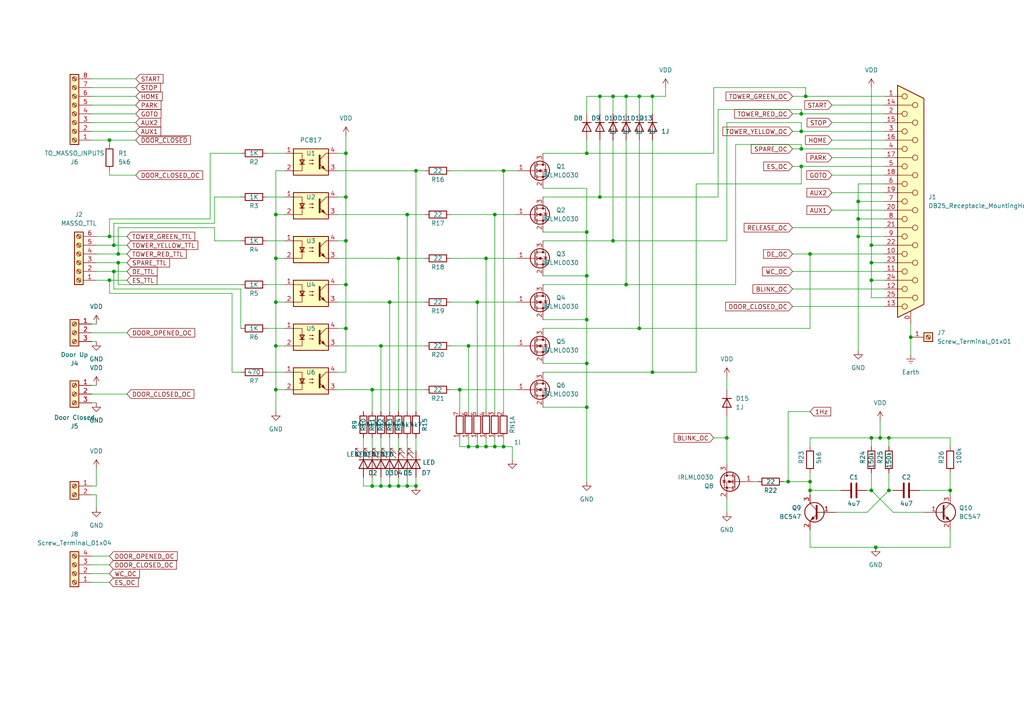
<source format=kicad_sch>
(kicad_sch (version 20231120) (generator "eeschema") (generator_version "8.0")
  (paper "A4")
  (lib_symbols
    (symbol "Connector:DB25_Receptacle_MountingHoles" (pin_names (offset 1.016) hide)
      (property "Reference" "J" (at 0 36.83 0))
      (property "Value" "DB25_Receptacle_MountingHoles" (at 0 34.925 0))
      (symbol "DB25_Receptacle_MountingHoles_1_1"
        (pin passive line (at 0 -35.56 90) (length 3.81) (name "PAD") (number "0"))
        (pin passive line (at -7.62 30.48 0) (length 3.81) (name "1") (number "1"))
        (pin passive line (at -7.62 -15.24 0) (length 3.81) (name "10") (number "10"))
        (pin passive line (at -7.62 -20.32 0) (length 3.81) (name "11") (number "11"))
        (pin passive line (at -7.62 -25.4 0) (length 3.81) (name "12") (number "12"))
        (pin passive line (at -7.62 -30.48 0) (length 3.81) (name "13") (number "13"))
        (pin passive line (at -7.62 27.94 0) (length 3.81) (name "P14") (number "14"))
        (pin passive line (at -7.62 22.86 0) (length 3.81) (name "P15") (number "15"))
        (pin passive line (at -7.62 17.78 0) (length 3.81) (name "P16") (number "16"))
        (pin passive line (at -7.62 12.7 0) (length 3.81) (name "P17") (number "17"))
        (pin passive line (at -7.62 7.62 0) (length 3.81) (name "P18") (number "18"))
        (pin passive line (at -7.62 2.54 0) (length 3.81) (name "P19") (number "19"))
        (pin passive line (at -7.62 25.4 0) (length 3.81) (name "2") (number "2"))
        (pin passive line (at -7.62 -2.54 0) (length 3.81) (name "P20") (number "20"))
        (pin passive line (at -7.62 -7.62 0) (length 3.81) (name "P21") (number "21"))
        (pin passive line (at -7.62 -12.7 0) (length 3.81) (name "P22") (number "22"))
        (pin passive line (at -7.62 -17.78 0) (length 3.81) (name "P23") (number "23"))
        (pin passive line (at -7.62 -22.86 0) (length 3.81) (name "P24") (number "24"))
        (pin passive line (at -7.62 -27.94 0) (length 3.81) (name "P25") (number "25"))
        (pin passive line (at -7.62 20.32 0) (length 3.81) (name "3") (number "3"))
        (pin passive line (at -7.62 15.24 0) (length 3.81) (name "4") (number "4"))
        (pin passive line (at -7.62 10.16 0) (length 3.81) (name "5") (number "5"))
        (pin passive line (at -7.62 5.08 0) (length 3.81) (name "6") (number "6"))
        (pin passive line (at -7.62 0 0) (length 3.81) (name "7") (number "7"))
        (pin passive line (at -7.62 -5.08 0) (length 3.81) (name "8") (number "8"))
        (pin passive line (at -7.62 -10.16 0) (length 3.81) (name "9") (number "9"))
      )
    )
    (symbol "Connector:Screw_Terminal_01x01" (pin_names (offset 1.016) hide)
      (property "Reference" "J" (at 0 2.54 0))
      (property "Value" "Screw_Terminal_01x01" (at 0 -2.54 0))
      (symbol "Screw_Terminal_01x01_1_1"
        (pin passive line (at -5.08 0 0) (length 3.81) (name "Pin_1") (number "1"))
      )
    )
    (symbol "Connector:Screw_Terminal_01x02" (pin_names (offset 1.016) hide)
      (property "Reference" "J" (at 0 2.54 0))
      (property "Value" "Screw_Terminal_01x02" (at 0 -5.08 0))
      (symbol "Screw_Terminal_01x02_1_1"
        (pin passive line (at -5.08 0 0) (length 3.81) (name "Pin_1") (number "1"))
        (pin passive line (at -5.08 -2.54 0) (length 3.81) (name "Pin_2") (number "2"))
      )
    )
    (symbol "Connector:Screw_Terminal_01x03" (pin_names (offset 1.016) hide)
      (property "Reference" "J" (at 0 5.08 0))
      (property "Value" "Screw_Terminal_01x03" (at 0 -5.08 0))
      (symbol "Screw_Terminal_01x03_1_1"
        (pin passive line (at -5.08 2.54 0) (length 3.81) (name "Pin_1") (number "1"))
        (pin passive line (at -5.08 0 0) (length 3.81) (name "Pin_2") (number "2"))
        (pin passive line (at -5.08 -2.54 0) (length 3.81) (name "Pin_3") (number "3"))
      )
    )
    (symbol "Connector:Screw_Terminal_01x04" (pin_names (offset 1.016) hide)
      (property "Reference" "J" (at 0 5.08 0))
      (property "Value" "Screw_Terminal_01x04" (at 0 -7.62 0))
      (symbol "Screw_Terminal_01x04_1_1"
        (pin passive line (at -5.08 2.54 0) (length 3.81) (name "Pin_1") (number "1"))
        (pin passive line (at -5.08 0 0) (length 3.81) (name "Pin_2") (number "2"))
        (pin passive line (at -5.08 -2.54 0) (length 3.81) (name "Pin_3") (number "3"))
        (pin passive line (at -5.08 -5.08 0) (length 3.81) (name "Pin_4") (number "4"))
      )
    )
    (symbol "Connector:Screw_Terminal_01x06" (pin_names (offset 1.016) hide)
      (property "Reference" "J" (at 0 7.62 0))
      (property "Value" "Screw_Terminal_01x06" (at 0 -10.16 0))
      (symbol "Screw_Terminal_01x06_1_1"
        (pin passive line (at -5.08 5.08 0) (length 3.81) (name "Pin_1") (number "1"))
        (pin passive line (at -5.08 2.54 0) (length 3.81) (name "Pin_2") (number "2"))
        (pin passive line (at -5.08 0 0) (length 3.81) (name "Pin_3") (number "3"))
        (pin passive line (at -5.08 -2.54 0) (length 3.81) (name "Pin_4") (number "4"))
        (pin passive line (at -5.08 -5.08 0) (length 3.81) (name "Pin_5") (number "5"))
        (pin passive line (at -5.08 -7.62 0) (length 3.81) (name "Pin_6") (number "6"))
      )
    )
    (symbol "Connector:Screw_Terminal_01x08" (pin_names (offset 1.016) hide)
      (property "Reference" "J" (at 0 10.16 0))
      (property "Value" "Screw_Terminal_01x08" (at 0 -12.7 0))
      (symbol "Screw_Terminal_01x08_1_1"
        (pin passive line (at -5.08 7.62 0) (length 3.81) (name "Pin_1") (number "1"))
        (pin passive line (at -5.08 5.08 0) (length 3.81) (name "Pin_2") (number "2"))
        (pin passive line (at -5.08 2.54 0) (length 3.81) (name "Pin_3") (number "3"))
        (pin passive line (at -5.08 0 0) (length 3.81) (name "Pin_4") (number "4"))
        (pin passive line (at -5.08 -2.54 0) (length 3.81) (name "Pin_5") (number "5"))
        (pin passive line (at -5.08 -5.08 0) (length 3.81) (name "Pin_6") (number "6"))
        (pin passive line (at -5.08 -7.62 0) (length 3.81) (name "Pin_7") (number "7"))
        (pin passive line (at -5.08 -10.16 0) (length 3.81) (name "Pin_8") (number "8"))
      )
    )
    (symbol "Device:C" (pin_numbers hide) (pin_names (offset 0.254))
      (property "Reference" "C" (at 0.635 2.54 0))
      (property "Value" "C" (at 0.635 -2.54 0))
      (symbol "C_1_1"
        (pin passive line (at 0 3.81 270) (length 2.794) (name "~") (number "1"))
        (pin passive line (at 0 -3.81 90) (length 2.794) (name "~") (number "2"))
      )
    )
    (symbol "Device:LED" (pin_numbers hide) (pin_names (offset 1.016) hide)
      (property "Reference" "D" (at 0 2.54 0))
      (property "Value" "LED" (at 0 -2.54 0))
      (symbol "LED_1_1"
        (pin passive line (at -3.81 0 0) (length 2.54) (name "K") (number "1"))
        (pin passive line (at 3.81 0 180) (length 2.54) (name "A") (number "2"))
      )
    )
    (symbol "Device:R" (pin_numbers hide) (pin_names (offset 0))
      (property "Reference" "R" (at 2.032 0 90))
      (property "Value" "R" (at 0 0 90))
      (symbol "R_1_1"
        (pin passive line (at 0 3.81 270) (length 1.27) (name "~") (number "1"))
        (pin passive line (at 0 -3.81 90) (length 1.27) (name "~") (number "2"))
      )
    )
    (symbol "Device:R_Network07_Split" (pin_names (offset 0) hide)
      (property "Reference" "RN" (at 2.032 0 90))
      (property "Value" "R_Network07_Split" (at 0 0 90))
      (symbol "R_Network07_Split_0_1"
        (pin passive line (at 0 3.81 270) (length 1.27) (name "R1") (number "1"))
      )
      (symbol "R_Network07_Split_1_1"
        (pin passive line (at 0 -3.81 90) (length 1.27) (name "R1.2") (number "2"))
      )
      (symbol "R_Network07_Split_2_1"
        (pin passive line (at 0 -3.81 90) (length 1.27) (name "R2.2") (number "3"))
      )
      (symbol "R_Network07_Split_3_1"
        (pin passive line (at 0 -3.81 90) (length 1.27) (name "R3.2") (number "4"))
      )
      (symbol "R_Network07_Split_4_1"
        (pin passive line (at 0 -3.81 90) (length 1.27) (name "R4.2") (number "5"))
      )
      (symbol "R_Network07_Split_5_1"
        (pin passive line (at 0 -3.81 90) (length 1.27) (name "R5.2") (number "6"))
      )
      (symbol "R_Network07_Split_6_1"
        (pin passive line (at 0 -3.81 90) (length 1.27) (name "R6.2") (number "7"))
      )
      (symbol "R_Network07_Split_7_1"
        (pin passive line (at 0 -3.81 90) (length 1.27) (name "R7.2") (number "8"))
      )
    )
    (symbol "Diode:US1D" (pin_numbers hide) (pin_names hide)
      (property "Reference" "D" (at 0 2.54 0))
      (property "Value" "US1D" (at 0 -2.54 0))
      (symbol "US1D_1_1"
        (pin passive line (at -3.81 0 0) (length 2.54) (name "K") (number "1"))
        (pin passive line (at 3.81 0 180) (length 2.54) (name "A") (number "2"))
      )
    )
    (symbol "Isolator:PC817" (pin_names (offset 1.016))
      (property "Reference" "U" (at -5.08 5.08 0))
      (property "Value" "PC817" (at 0 5.08 0))
      (symbol "PC817_1_1"
        (pin passive line (at -7.62 2.54 0) (length 2.54) (name "~") (number "1"))
        (pin passive line (at -7.62 -2.54 0) (length 2.54) (name "~") (number "2"))
        (pin passive line (at 7.62 -2.54 180) (length 2.54) (name "~") (number "3"))
        (pin passive line (at 7.62 2.54 180) (length 2.54) (name "~") (number "4"))
      )
    )
    (symbol "Transistor_BJT:BC846" (pin_names (offset 0) hide)
      (property "Reference" "Q" (at 5.08 1.905 0))
      (property "Value" "BC846" (at 5.08 0 0))
      (symbol "BC846_1_1"
        (pin input line (at -5.08 0 0) (length 5.715) (name "B") (number "1"))
        (pin passive line (at 2.54 -5.08 90) (length 2.54) (name "E") (number "2"))
        (pin passive line (at 2.54 5.08 270) (length 2.54) (name "C") (number "3"))
      )
    )
    (symbol "Transistor_FET:IRLML0030" (pin_names hide)
      (property "Reference" "Q" (at 5.08 1.905 0))
      (property "Value" "IRLML0030" (at 5.08 0 0))
      (symbol "IRLML0030_1_1"
        (pin input line (at -5.08 0 0) (length 2.54) (name "G") (number "1"))
        (pin passive line (at 2.54 -5.08 90) (length 2.54) (name "S") (number "2"))
        (pin passive line (at 2.54 5.08 270) (length 2.54) (name "D") (number "3"))
      )
    )
    (symbol "power:Earth" (power) (pin_numbers hide) (pin_names (offset 0) hide)
      (property "Value" "Earth" (at 0 -3.81 0))
      (symbol "Earth_1_1"
        (pin power_in line (at 0 0 270) (length 0) (name "~") (number "1"))
      )
    )
    (symbol "power:GND" (power) (pin_names (offset 0))
      (property "Value" "GND" (at 0 -3.81 0))
      (symbol "GND_1_1"
        (pin power_in line (at 0 0 270) (length 0) hide (name "GND") (number "1"))
      )
    )
    (symbol "power:VDD" (power) (pin_names (offset 0))
      (property "Value" "VDD" (at 0 3.81 0))
      (symbol "VDD_1_1"
        (pin power_in line (at 0 0 90) (length 0) hide (name "VDD") (number "1"))
      )
    )
  )
  (junction (at 252.73 76.2))
  (junction (at 100.33 57.15))
  (junction (at 255.27 127))
  (junction (at 248.92 63.5))
  (junction (at 234.95 73.66))
  (junction (at 232.41 38.1))
  (junction (at 33.02 78.74))
  (junction (at 118.11 140.97))
  (junction (at 135.89 129.54))
  (junction (at 100.33 44.45))
  (junction (at 252.73 71.12))
  (junction (at 228.6 139.7))
  (junction (at 100.33 95.25))
  (junction (at 248.92 58.42))
  (junction (at 252.73 81.28))
  (junction (at 80.01 62.23))
  (junction (at 140.97 129.54))
  (junction (at 233.68 27.94))
  (junction (at 170.18 105.41))
  (junction (at 232.41 33.02))
  (junction (at 248.92 68.58))
  (junction (at 173.99 57.15))
  (junction (at 170.18 67.31))
  (junction (at 264.16 97.79))
  (junction (at 115.57 140.97))
  (junction (at 234.95 142.24))
  (junction (at 107.95 140.97))
  (junction (at 185.42 27.94))
  (junction (at 34.29 76.2))
  (junction (at 33.02 71.12))
  (junction (at 120.65 49.53))
  (junction (at 31.75 40.64))
  (junction (at 113.03 140.97))
  (junction (at 31.75 81.28))
  (junction (at 143.51 129.54))
  (junction (at 110.49 100.33))
  (junction (at 170.18 44.45))
  (junction (at 107.95 113.03))
  (junction (at 232.41 48.26))
  (junction (at 189.23 27.94))
  (junction (at 177.8 27.94))
  (junction (at 80.01 113.03))
  (junction (at 34.29 73.66))
  (junction (at 133.35 113.03))
  (junction (at 210.82 127))
  (junction (at 146.05 129.54))
  (junction (at 143.51 62.23))
  (junction (at 234.95 139.7))
  (junction (at 257.81 142.24))
  (junction (at 275.59 142.24))
  (junction (at 138.43 129.54))
  (junction (at 146.05 49.53))
  (junction (at 118.11 62.23))
  (junction (at 170.18 118.11))
  (junction (at 110.49 140.97))
  (junction (at 120.65 140.97))
  (junction (at 257.81 127))
  (junction (at 80.01 74.93))
  (junction (at 170.18 80.01))
  (junction (at 115.57 74.93))
  (junction (at 135.89 100.33))
  (junction (at 252.73 127))
  (junction (at 100.33 82.55))
  (junction (at 252.73 142.24))
  (junction (at 181.61 82.55))
  (junction (at 185.42 95.25))
  (junction (at 170.18 92.71))
  (junction (at 232.41 43.18))
  (junction (at 140.97 74.93))
  (junction (at 80.01 87.63))
  (junction (at 189.23 107.95))
  (junction (at 173.99 27.94))
  (junction (at 177.8 69.85))
  (junction (at 138.43 87.63))
  (junction (at 31.75 68.58))
  (junction (at 80.01 100.33))
  (junction (at 113.03 87.63))
  (junction (at 100.33 69.85))
  (junction (at 181.61 27.94))
  (junction (at 254 158.75))
  (wire (pts (xy 26.67 143.51) (xy 27.94 143.51)))
  (wire (pts (xy 181.61 40.64) (xy 181.61 82.55)))
  (wire (pts (xy 170.18 54.61) (xy 170.18 67.31)))
  (wire (pts (xy 252.73 81.28) (xy 252.73 76.2)))
  (wire (pts (xy 229.87 27.94) (xy 233.68 27.94)))
  (wire (pts (xy 210.82 109.22) (xy 210.82 113.03)))
  (wire (pts (xy 257.81 127) (xy 257.81 129.54)))
  (wire (pts (xy 97.79 95.25) (xy 100.33 95.25)))
  (wire (pts (xy 100.33 95.25) (xy 100.33 107.95)))
  (wire (pts (xy 34.29 73.66) (xy 36.83 73.66)))
  (wire (pts (xy 105.41 140.97) (xy 105.41 138.43)))
  (wire (pts (xy 185.42 95.25) (xy 234.95 95.25)))
  (wire (pts (xy 257.81 137.16) (xy 257.81 142.24)))
  (wire (pts (xy 34.29 66.04) (xy 34.29 73.66)))
  (wire (pts (xy 97.79 62.23) (xy 118.11 62.23)))
  (wire (pts (xy 189.23 40.64) (xy 189.23 107.95)))
  (wire (pts (xy 157.48 80.01) (xy 170.18 80.01)))
  (wire (pts (xy 229.87 73.66) (xy 234.95 73.66)))
  (wire (pts (xy 110.49 140.97) (xy 107.95 140.97)))
  (wire (pts (xy 97.79 87.63) (xy 113.03 87.63)))
  (wire (pts (xy 26.67 140.97) (xy 27.94 140.97)))
  (wire (pts (xy 234.95 73.66) (xy 256.54 73.66)))
  (wire (pts (xy 130.81 100.33) (xy 135.89 100.33)))
  (wire (pts (xy 67.31 85.09) (xy 31.75 85.09)))
  (wire (pts (xy 157.48 57.15) (xy 173.99 57.15)))
  (wire (pts (xy 259.08 148.59) (xy 267.97 148.59)))
  (wire (pts (xy 26.67 116.84) (xy 27.94 116.84)))
  (wire (pts (xy 140.97 127) (xy 140.97 129.54)))
  (wire (pts (xy 27.94 73.66) (xy 34.29 73.66)))
  (wire (pts (xy 77.47 69.85) (xy 82.55 69.85)))
  (wire (pts (xy 31.75 63.5) (xy 31.75 68.58)))
  (wire (pts (xy 100.33 44.45) (xy 100.33 57.15)))
  (wire (pts (xy 242.57 148.59) (xy 251.46 148.59)))
  (wire (pts (xy 120.65 140.97) (xy 118.11 140.97)))
  (wire (pts (xy 232.41 31.75) (xy 232.41 33.02)))
  (wire (pts (xy 27.94 68.58) (xy 31.75 68.58)))
  (wire (pts (xy 62.23 69.85) (xy 62.23 66.04)))
  (wire (pts (xy 27.94 135.89) (xy 27.94 140.97)))
  (wire (pts (xy 248.92 63.5) (xy 256.54 63.5)))
  (wire (pts (xy 157.48 82.55) (xy 181.61 82.55)))
  (wire (pts (xy 157.48 92.71) (xy 170.18 92.71)))
  (wire (pts (xy 135.89 127) (xy 135.89 129.54)))
  (wire (pts (xy 133.35 127) (xy 133.35 129.54)))
  (wire (pts (xy 229.87 33.02) (xy 232.41 33.02)))
  (wire (pts (xy 234.95 127) (xy 252.73 127)))
  (wire (pts (xy 248.92 68.58) (xy 256.54 68.58)))
  (wire (pts (xy 254 158.75) (xy 275.59 158.75)))
  (wire (pts (xy 97.79 74.93) (xy 115.57 74.93)))
  (wire (pts (xy 118.11 62.23) (xy 123.19 62.23)))
  (wire (pts (xy 173.99 40.64) (xy 173.99 57.15)))
  (wire (pts (xy 208.28 31.75) (xy 232.41 31.75)))
  (wire (pts (xy 264.16 97.79) (xy 264.16 102.87)))
  (wire (pts (xy 138.43 87.63) (xy 149.86 87.63)))
  (wire (pts (xy 115.57 74.93) (xy 123.19 74.93)))
  (wire (pts (xy 170.18 105.41) (xy 170.18 118.11)))
  (wire (pts (xy 234.95 137.16) (xy 234.95 139.7)))
  (wire (pts (xy 80.01 74.93) (xy 80.01 87.63)))
  (wire (pts (xy 185.42 27.94) (xy 185.42 33.02)))
  (wire (pts (xy 248.92 63.5) (xy 248.92 68.58)))
  (wire (pts (xy 252.73 76.2) (xy 256.54 76.2)))
  (wire (pts (xy 34.29 76.2) (xy 36.83 76.2)))
  (wire (pts (xy 232.41 48.26) (xy 256.54 48.26)))
  (wire (pts (xy 107.95 113.03) (xy 123.19 113.03)))
  (wire (pts (xy 157.48 54.61) (xy 170.18 54.61)))
  (wire (pts (xy 107.95 140.97) (xy 107.95 138.43)))
  (wire (pts (xy 148.59 133.35) (xy 148.59 129.54)))
  (wire (pts (xy 210.82 69.85) (xy 210.82 35.56)))
  (wire (pts (xy 234.95 139.7) (xy 234.95 142.24)))
  (wire (pts (xy 229.87 43.18) (xy 232.41 43.18)))
  (wire (pts (xy 60.96 63.5) (xy 31.75 63.5)))
  (wire (pts (xy 80.01 49.53) (xy 82.55 49.53)))
  (wire (pts (xy 26.67 25.4) (xy 39.37 25.4)))
  (wire (pts (xy 170.18 67.31) (xy 170.18 80.01)))
  (wire (pts (xy 26.67 40.64) (xy 31.75 40.64)))
  (wire (pts (xy 259.08 142.24) (xy 257.81 142.24)))
  (wire (pts (xy 27.94 76.2) (xy 34.29 76.2)))
  (wire (pts (xy 33.02 71.12) (xy 36.83 71.12)))
  (wire (pts (xy 115.57 74.93) (xy 115.57 119.38)))
  (wire (pts (xy 26.67 166.37) (xy 31.75 166.37)))
  (wire (pts (xy 31.75 81.28) (xy 36.83 81.28)))
  (wire (pts (xy 26.67 30.48) (xy 39.37 30.48)))
  (wire (pts (xy 177.8 40.64) (xy 177.8 69.85)))
  (wire (pts (xy 34.29 82.55) (xy 69.85 82.55)))
  (wire (pts (xy 157.48 69.85) (xy 177.8 69.85)))
  (wire (pts (xy 146.05 49.53) (xy 149.86 49.53)))
  (wire (pts (xy 229.87 83.82) (xy 256.54 83.82)))
  (wire (pts (xy 255.27 121.92) (xy 255.27 127)))
  (wire (pts (xy 232.41 33.02) (xy 256.54 33.02)))
  (wire (pts (xy 210.82 120.65) (xy 210.82 127)))
  (wire (pts (xy 62.23 64.77) (xy 33.02 64.77)))
  (wire (pts (xy 138.43 127) (xy 138.43 129.54)))
  (wire (pts (xy 80.01 113.03) (xy 82.55 113.03)))
  (wire (pts (xy 33.02 78.74) (xy 36.83 78.74)))
  (wire (pts (xy 133.35 113.03) (xy 133.35 119.38)))
  (wire (pts (xy 140.97 74.93) (xy 140.97 119.38)))
  (wire (pts (xy 157.48 44.45) (xy 170.18 44.45)))
  (wire (pts (xy 62.23 57.15) (xy 62.23 64.77)))
  (wire (pts (xy 170.18 27.94) (xy 173.99 27.94)))
  (wire (pts (xy 208.28 57.15) (xy 208.28 31.75)))
  (wire (pts (xy 241.3 35.56) (xy 256.54 35.56)))
  (wire (pts (xy 218.44 139.7) (xy 219.71 139.7)))
  (wire (pts (xy 80.01 87.63) (xy 80.01 100.33)))
  (wire (pts (xy 157.48 67.31) (xy 170.18 67.31)))
  (wire (pts (xy 26.67 96.52) (xy 36.83 96.52)))
  (wire (pts (xy 157.48 118.11) (xy 170.18 118.11)))
  (wire (pts (xy 252.73 25.4) (xy 252.73 71.12)))
  (wire (pts (xy 115.57 140.97) (xy 113.03 140.97)))
  (wire (pts (xy 234.95 129.54) (xy 234.95 127)))
  (wire (pts (xy 210.82 127) (xy 210.82 134.62)))
  (wire (pts (xy 27.94 78.74) (xy 33.02 78.74)))
  (wire (pts (xy 100.33 39.37) (xy 100.33 44.45)))
  (wire (pts (xy 26.67 22.86) (xy 39.37 22.86)))
  (wire (pts (xy 210.82 35.56) (xy 232.41 35.56)))
  (wire (pts (xy 143.51 62.23) (xy 149.86 62.23)))
  (wire (pts (xy 110.49 130.81) (xy 110.49 127)))
  (wire (pts (xy 229.87 48.26) (xy 232.41 48.26)))
  (wire (pts (xy 201.93 53.34) (xy 201.93 107.95)))
  (wire (pts (xy 110.49 100.33) (xy 110.49 119.38)))
  (wire (pts (xy 248.92 53.34) (xy 248.92 58.42)))
  (wire (pts (xy 173.99 27.94) (xy 177.8 27.94)))
  (wire (pts (xy 248.92 58.42) (xy 248.92 63.5)))
  (wire (pts (xy 234.95 158.75) (xy 254 158.75)))
  (wire (pts (xy 201.93 53.34) (xy 232.41 53.34)))
  (wire (pts (xy 120.65 49.53) (xy 120.65 119.38)))
  (wire (pts (xy 143.51 127) (xy 143.51 129.54)))
  (wire (pts (xy 232.41 35.56) (xy 232.41 38.1)))
  (wire (pts (xy 233.68 27.94) (xy 256.54 27.94)))
  (wire (pts (xy 138.43 129.54) (xy 140.97 129.54)))
  (wire (pts (xy 170.18 40.64) (xy 170.18 44.45)))
  (wire (pts (xy 146.05 119.38) (xy 146.05 49.53)))
  (wire (pts (xy 140.97 129.54) (xy 143.51 129.54)))
  (wire (pts (xy 241.3 50.8) (xy 256.54 50.8)))
  (wire (pts (xy 26.67 27.94) (xy 39.37 27.94)))
  (wire (pts (xy 143.51 129.54) (xy 146.05 129.54)))
  (wire (pts (xy 256.54 86.36) (xy 252.73 86.36)))
  (wire (pts (xy 241.3 40.64) (xy 256.54 40.64)))
  (wire (pts (xy 77.47 57.15) (xy 82.55 57.15)))
  (wire (pts (xy 232.41 43.18) (xy 256.54 43.18)))
  (wire (pts (xy 146.05 127) (xy 146.05 129.54)))
  (wire (pts (xy 26.67 35.56) (xy 39.37 35.56)))
  (wire (pts (xy 69.85 69.85) (xy 62.23 69.85)))
  (wire (pts (xy 135.89 129.54) (xy 138.43 129.54)))
  (wire (pts (xy 26.67 93.98) (xy 27.94 93.98)))
  (wire (pts (xy 229.87 38.1) (xy 232.41 38.1)))
  (wire (pts (xy 177.8 27.94) (xy 177.8 33.02)))
  (wire (pts (xy 26.67 38.1) (xy 39.37 38.1)))
  (wire (pts (xy 77.47 44.45) (xy 82.55 44.45)))
  (wire (pts (xy 241.3 45.72) (xy 256.54 45.72)))
  (wire (pts (xy 213.36 82.55) (xy 213.36 41.91)))
  (wire (pts (xy 120.65 140.97) (xy 120.65 138.43)))
  (wire (pts (xy 31.75 40.64) (xy 39.37 40.64)))
  (wire (pts (xy 31.75 68.58) (xy 36.83 68.58)))
  (wire (pts (xy 120.65 49.53) (xy 123.19 49.53)))
  (wire (pts (xy 80.01 87.63) (xy 82.55 87.63)))
  (wire (pts (xy 97.79 69.85) (xy 100.33 69.85)))
  (wire (pts (xy 110.49 140.97) (xy 110.49 138.43)))
  (wire (pts (xy 80.01 62.23) (xy 82.55 62.23)))
  (wire (pts (xy 135.89 100.33) (xy 135.89 119.38)))
  (wire (pts (xy 193.04 25.4) (xy 193.04 27.94)))
  (wire (pts (xy 257.81 142.24) (xy 251.46 148.59)))
  (wire (pts (xy 275.59 158.75) (xy 275.59 153.67)))
  (wire (pts (xy 130.81 113.03) (xy 133.35 113.03)))
  (wire (pts (xy 130.81 87.63) (xy 138.43 87.63)))
  (wire (pts (xy 26.67 168.91) (xy 31.75 168.91)))
  (wire (pts (xy 234.95 142.24) (xy 234.95 143.51)))
  (wire (pts (xy 185.42 40.64) (xy 185.42 95.25)))
  (wire (pts (xy 227.33 139.7) (xy 228.6 139.7)))
  (wire (pts (xy 97.79 100.33) (xy 110.49 100.33)))
  (wire (pts (xy 252.73 127) (xy 252.73 129.54)))
  (wire (pts (xy 26.67 163.83) (xy 31.75 163.83)))
  (wire (pts (xy 130.81 74.93) (xy 140.97 74.93)))
  (wire (pts (xy 100.33 69.85) (xy 100.33 82.55)))
  (wire (pts (xy 69.85 107.95) (xy 67.31 107.95)))
  (wire (pts (xy 252.73 76.2) (xy 252.73 71.12)))
  (wire (pts (xy 252.73 86.36) (xy 252.73 81.28)))
  (wire (pts (xy 69.85 95.25) (xy 69.85 83.82)))
  (wire (pts (xy 62.23 66.04) (xy 34.29 66.04)))
  (wire (pts (xy 105.41 130.81) (xy 105.41 127)))
  (wire (pts (xy 130.81 49.53) (xy 146.05 49.53)))
  (wire (pts (xy 115.57 140.97) (xy 118.11 140.97)))
  (wire (pts (xy 234.95 142.24) (xy 243.84 142.24)))
  (wire (pts (xy 31.75 50.8) (xy 31.75 49.53)))
  (wire (pts (xy 170.18 44.45) (xy 207.01 44.45)))
  (wire (pts (xy 80.01 74.93) (xy 82.55 74.93)))
  (wire (pts (xy 189.23 107.95) (xy 201.93 107.95)))
  (wire (pts (xy 26.67 111.76) (xy 27.94 111.76)))
  (wire (pts (xy 115.57 140.97) (xy 115.57 138.43)))
  (wire (pts (xy 105.41 140.97) (xy 107.95 140.97)))
  (wire (pts (xy 100.33 82.55) (xy 100.33 95.25)))
  (wire (pts (xy 232.41 41.91) (xy 232.41 43.18)))
  (wire (pts (xy 185.42 27.94) (xy 189.23 27.94)))
  (wire (pts (xy 118.11 130.81) (xy 118.11 127)))
  (wire (pts (xy 256.54 53.34) (xy 248.92 53.34)))
  (wire (pts (xy 80.01 113.03) (xy 80.01 119.38)))
  (wire (pts (xy 140.97 74.93) (xy 149.86 74.93)))
  (wire (pts (xy 80.01 49.53) (xy 80.01 62.23)))
  (wire (pts (xy 26.67 161.29) (xy 31.75 161.29)))
  (wire (pts (xy 133.35 113.03) (xy 149.86 113.03)))
  (wire (pts (xy 133.35 129.54) (xy 135.89 129.54)))
  (wire (pts (xy 207.01 127) (xy 210.82 127)))
  (wire (pts (xy 252.73 71.12) (xy 256.54 71.12)))
  (wire (pts (xy 233.68 25.4) (xy 233.68 27.94)))
  (wire (pts (xy 170.18 80.01) (xy 170.18 92.71)))
  (wire (pts (xy 110.49 100.33) (xy 123.19 100.33)))
  (wire (pts (xy 173.99 57.15) (xy 208.28 57.15)))
  (wire (pts (xy 189.23 27.94) (xy 189.23 33.02)))
  (wire (pts (xy 27.94 143.51) (xy 27.94 147.32)))
  (wire (pts (xy 77.47 95.25) (xy 82.55 95.25)))
  (wire (pts (xy 228.6 119.38) (xy 228.6 139.7)))
  (wire (pts (xy 264.16 93.98) (xy 264.16 97.79)))
  (wire (pts (xy 229.87 78.74) (xy 256.54 78.74)))
  (wire (pts (xy 157.48 107.95) (xy 189.23 107.95)))
  (wire (pts (xy 26.67 33.02) (xy 39.37 33.02)))
  (wire (pts (xy 80.01 62.23) (xy 80.01 74.93)))
  (wire (pts (xy 31.75 41.91) (xy 31.75 40.64)))
  (wire (pts (xy 255.27 127) (xy 257.81 127)))
  (wire (pts (xy 97.79 113.03) (xy 107.95 113.03)))
  (wire (pts (xy 77.47 107.95) (xy 82.55 107.95)))
  (wire (pts (xy 232.41 38.1) (xy 256.54 38.1)))
  (wire (pts (xy 207.01 25.4) (xy 233.68 25.4)))
  (wire (pts (xy 252.73 127) (xy 255.27 127)))
  (wire (pts (xy 113.03 119.38) (xy 113.03 87.63)))
  (wire (pts (xy 143.51 62.23) (xy 143.51 119.38)))
  (wire (pts (xy 228.6 139.7) (xy 234.95 139.7)))
  (wire (pts (xy 69.85 44.45) (xy 60.96 44.45)))
  (wire (pts (xy 97.79 49.53) (xy 120.65 49.53)))
  (wire (pts (xy 80.01 100.33) (xy 82.55 100.33)))
  (wire (pts (xy 241.3 55.88) (xy 256.54 55.88)))
  (wire (pts (xy 26.67 99.06) (xy 27.94 99.06)))
  (wire (pts (xy 234.95 95.25) (xy 234.95 73.66)))
  (wire (pts (xy 36.83 114.3) (xy 26.67 114.3)))
  (wire (pts (xy 100.33 57.15) (xy 100.33 69.85)))
  (wire (pts (xy 135.89 100.33) (xy 149.86 100.33)))
  (wire (pts (xy 27.94 71.12) (xy 33.02 71.12)))
  (wire (pts (xy 97.79 57.15) (xy 100.33 57.15)))
  (wire (pts (xy 170.18 118.11) (xy 170.18 139.7)))
  (wire (pts (xy 113.03 130.81) (xy 113.03 127)))
  (wire (pts (xy 113.03 87.63) (xy 123.19 87.63)))
  (wire (pts (xy 181.61 27.94) (xy 181.61 33.02)))
  (wire (pts (xy 130.81 62.23) (xy 143.51 62.23)))
  (wire (pts (xy 252.73 81.28) (xy 256.54 81.28)))
  (wire (pts (xy 248.92 101.6) (xy 248.92 68.58)))
  (wire (pts (xy 157.48 105.41) (xy 170.18 105.41)))
  (wire (pts (xy 27.94 81.28) (xy 31.75 81.28)))
  (wire (pts (xy 228.6 119.38) (xy 234.95 119.38)))
  (wire (pts (xy 77.47 82.55) (xy 82.55 82.55)))
  (wire (pts (xy 173.99 27.94) (xy 173.99 33.02)))
  (wire (pts (xy 69.85 57.15) (xy 62.23 57.15)))
  (wire (pts (xy 31.75 50.8) (xy 39.37 50.8)))
  (wire (pts (xy 80.01 100.33) (xy 80.01 113.03)))
  (wire (pts (xy 97.79 44.45) (xy 100.33 44.45)))
  (wire (pts (xy 113.03 140.97) (xy 110.49 140.97)))
  (wire (pts (xy 118.11 62.23) (xy 118.11 119.38)))
  (wire (pts (xy 189.23 27.94) (xy 193.04 27.94)))
  (wire (pts (xy 181.61 27.94) (xy 185.42 27.94)))
  (wire (pts (xy 113.03 140.97) (xy 113.03 138.43)))
  (wire (pts (xy 177.8 69.85) (xy 210.82 69.85)))
  (wire (pts (xy 69.85 83.82) (xy 33.02 83.82)))
  (wire (pts (xy 266.7 142.24) (xy 275.59 142.24)))
  (wire (pts (xy 67.31 107.95) (xy 67.31 85.09)))
  (wire (pts (xy 107.95 113.03) (xy 107.95 119.38)))
  (wire (pts (xy 241.3 60.96) (xy 256.54 60.96)))
  (wire (pts (xy 275.59 137.16) (xy 275.59 142.24)))
  (wire (pts (xy 115.57 130.81) (xy 115.57 127)))
  (wire (pts (xy 60.96 44.45) (xy 60.96 63.5)))
  (wire (pts (xy 234.95 153.67) (xy 234.95 158.75)))
  (wire (pts (xy 177.8 27.94) (xy 181.61 27.94)))
  (wire (pts (xy 97.79 82.55) (xy 100.33 82.55)))
  (wire (pts (xy 34.29 82.55) (xy 34.29 76.2)))
  (wire (pts (xy 33.02 83.82) (xy 33.02 78.74)))
  (wire (pts (xy 210.82 148.59) (xy 210.82 144.78)))
  (wire (pts (xy 252.73 142.24) (xy 259.08 148.59)))
  (wire (pts (xy 252.73 137.16) (xy 252.73 142.24)))
  (wire (pts (xy 170.18 92.71) (xy 170.18 105.41)))
  (wire (pts (xy 107.95 130.81) (xy 107.95 127)))
  (wire (pts (xy 229.87 66.04) (xy 256.54 66.04)))
  (wire (pts (xy 120.65 130.81) (xy 120.65 127)))
  (wire (pts (xy 232.41 53.34) (xy 232.41 48.26)))
  (wire (pts (xy 207.01 44.45) (xy 207.01 25.4)))
  (wire (pts (xy 257.81 127) (xy 275.59 127)))
  (wire (pts (xy 251.46 142.24) (xy 252.73 142.24)))
  (wire (pts (xy 181.61 82.55) (xy 213.36 82.55)))
  (wire (pts (xy 241.3 30.48) (xy 256.54 30.48)))
  (wire (pts (xy 170.18 33.02) (xy 170.18 27.94)))
  (wire (pts (xy 31.75 85.09) (xy 31.75 81.28)))
  (wire (pts (xy 118.11 138.43) (xy 118.11 140.97)))
  (wire (pts (xy 213.36 41.91) (xy 232.41 41.91)))
  (wire (pts (xy 275.59 127) (xy 275.59 129.54)))
  (wire (pts (xy 33.02 64.77) (xy 33.02 71.12)))
  (wire (pts (xy 157.48 95.25) (xy 185.42 95.25)))
  (wire (pts (xy 275.59 142.24) (xy 275.59 143.51)))
  (wire (pts (xy 248.92 58.42) (xy 256.54 58.42)))
  (wire (pts (xy 146.05 129.54) (xy 148.59 129.54)))
  (wire (pts (xy 138.43 87.63) (xy 138.43 119.38)))
  (wire (pts (xy 97.79 107.95) (xy 100.33 107.95)))
  (wire (pts (xy 229.87 88.9) (xy 256.54 88.9)))
  (global_label "PARK" (shape input) (at 241.3 45.72 180) (property "Intersheetrefs" "${INTERSHEET_REFS}" (effects (hide yes))))
  (global_label "WC_OC" (shape input) (at 229.87 78.74 180) (property "Intersheetrefs" "${INTERSHEET_REFS}" (effects (hide yes))))
  (global_label "HOME" (shape input) (at 241.3 40.64 180) (property "Intersheetrefs" "${INTERSHEET_REFS}" (effects (hide yes))))
  (global_label "RELEASE_OC" (shape input) (at 229.87 66.04 180) (property "Intersheetrefs" "${INTERSHEET_REFS}" (effects (hide yes))))
  (global_label "GOTO" (shape input) (at 241.3 50.8 180) (property "Intersheetrefs" "${INTERSHEET_REFS}" (effects (hide yes))))
  (global_label "DOOR_CLOSED_OC" (shape input) (at 31.75 163.83 0) (property "Intersheetrefs" "${INTERSHEET_REFS}" (effects (hide yes))))
  (global_label "HOME" (shape input) (at 39.37 27.94 0) (property "Intersheetrefs" "${INTERSHEET_REFS}" (effects (hide yes))))
  (global_label "BLINK_OC" (shape input) (at 207.01 127 180) (property "Intersheetrefs" "${INTERSHEET_REFS}" (effects (hide yes))))
  (global_label "AUX2" (shape input) (at 241.3 55.88 180) (property "Intersheetrefs" "${INTERSHEET_REFS}" (effects (hide yes))))
  (global_label "ES_OC" (shape input) (at 31.75 168.91 0) (property "Intersheetrefs" "${INTERSHEET_REFS}" (effects (hide yes))))
  (global_label "WC_OC" (shape input) (at 31.75 166.37 0) (property "Intersheetrefs" "${INTERSHEET_REFS}" (effects (hide yes))))
  (global_label "DE_OC" (shape input) (at 229.87 73.66 180) (property "Intersheetrefs" "${INTERSHEET_REFS}" (effects (hide yes))))
  (global_label "GOTO" (shape input) (at 39.37 33.02 0) (property "Intersheetrefs" "${INTERSHEET_REFS}" (effects (hide yes))))
  (global_label "SPARE_OC" (shape input) (at 229.87 43.18 180) (property "Intersheetrefs" "${INTERSHEET_REFS}" (effects (hide yes))))
  (global_label "AUX1" (shape input) (at 241.3 60.96 180) (property "Intersheetrefs" "${INTERSHEET_REFS}" (effects (hide yes))))
  (global_label "TOWER_RED_OC" (shape input) (at 229.87 33.02 180) (property "Intersheetrefs" "${INTERSHEET_REFS}" (effects (hide yes))))
  (global_label "STOP" (shape input) (at 39.37 25.4 0) (property "Intersheetrefs" "${INTERSHEET_REFS}" (effects (hide yes))))
  (global_label "STOP" (shape input) (at 241.3 35.56 180) (property "Intersheetrefs" "${INTERSHEET_REFS}" (effects (hide yes))))
  (global_label "DOOR_OPENED_OC" (shape input) (at 31.75 161.29 0) (property "Intersheetrefs" "${INTERSHEET_REFS}" (effects (hide yes))))
  (global_label "BLINK_OC" (shape input) (at 229.87 83.82 180) (property "Intersheetrefs" "${INTERSHEET_REFS}" (effects (hide yes))))
  (global_label "DE_TTL" (shape input) (at 36.83 78.74 0) (property "Intersheetrefs" "${INTERSHEET_REFS}" (effects (hide yes))))
  (global_label "START" (shape input) (at 241.3 30.48 180) (property "Intersheetrefs" "${INTERSHEET_REFS}" (effects (hide yes))))
  (global_label "PARK" (shape input) (at 39.37 30.48 0) (property "Intersheetrefs" "${INTERSHEET_REFS}" (effects (hide yes))))
  (global_label "TOWER_GREEN_OC" (shape input) (at 229.87 27.94 180) (property "Intersheetrefs" "${INTERSHEET_REFS}" (effects (hide yes))))
  (global_label "TOWER_YELLOW_OC" (shape input) (at 229.87 38.1 180) (property "Intersheetrefs" "${INTERSHEET_REFS}" (effects (hide yes))))
  (global_label "AUX1" (shape input) (at 39.37 38.1 0) (property "Intersheetrefs" "${INTERSHEET_REFS}" (effects (hide yes))))
  (global_label "START" (shape input) (at 39.37 22.86 0) (property "Intersheetrefs" "${INTERSHEET_REFS}" (effects (hide yes))))
  (global_label "AUX2" (shape input) (at 39.37 35.56 0) (property "Intersheetrefs" "${INTERSHEET_REFS}" (effects (hide yes))))
  (global_label "TOWER_GREEN_TTL" (shape input) (at 36.83 68.58 0) (property "Intersheetrefs" "${INTERSHEET_REFS}" (effects (hide yes))))
  (global_label "ES_TTL" (shape input) (at 36.83 81.28 0) (property "Intersheetrefs" "${INTERSHEET_REFS}" (effects (hide yes))))
  (global_label "DOOR_CLOSED_OC" (shape input) (at 39.37 50.8 0) (property "Intersheetrefs" "${INTERSHEET_REFS}" (effects (hide yes))))
  (global_label "DOOR_OPENED_OC" (shape input) (at 36.83 96.52 0) (property "Intersheetrefs" "${INTERSHEET_REFS}" (effects (hide yes))))
  (global_label "TOWER_YELLOW_TTL" (shape input) (at 36.83 71.12 0) (property "Intersheetrefs" "${INTERSHEET_REFS}" (effects (hide yes))))
  (global_label "DOOR_CLOSED_OC" (shape input) (at 229.87 88.9 180) (property "Intersheetrefs" "${INTERSHEET_REFS}" (effects (hide yes))))
  (global_label "1Hz" (shape input) (at 234.95 119.38 0) (property "Intersheetrefs" "${INTERSHEET_REFS}" (effects (hide yes))))
  (global_label "SPARE_TTL" (shape input) (at 36.83 76.2 0) (property "Intersheetrefs" "${INTERSHEET_REFS}" (effects (hide yes))))
  (global_label "DOOR_CLOSED_OC" (shape input) (at 36.83 114.3 0) (property "Intersheetrefs" "${INTERSHEET_REFS}" (effects (hide yes))))
  (global_label "ES_OC" (shape input) (at 229.87 48.26 180) (property "Intersheetrefs" "${INTERSHEET_REFS}" (effects (hide yes))))
  (global_label "~{DOOR_CLOSED}" (shape input) (at 39.37 40.64 0) (property "Intersheetrefs" "${INTERSHEET_REFS}" (effects (hide yes))))
  (global_label "TOWER_RED_TTL" (shape input) (at 36.83 73.66 0) (property "Intersheetrefs" "${INTERSHEET_REFS}" (effects (hide yes))))
  (symbol (lib_id "power:VDD") (at 27.94 111.76 0) (unit 1)
    (property "Reference" "#PWR02" (effects (hide yes)))
    (property "Value" "VDD" (at 27.94 106.68 0))
  )
  (symbol (lib_id "Device:LED") (at 105.41 134.62 270) (unit 1)
    (property "Reference" "D1" (effects (hide yes)))
    (property "Value" "LED" (effects (hide yes)))
    (property "Footprint" "LED_THT:LED_D3.0mm" (effects (hide yes)))
  )
  (symbol (lib_id "power:GND") (at 248.92 101.6 0) (unit 1)
    (property "Reference" "#PWR013" (effects (hide yes)))
    (property "Value" "GND" (at 248.92 106.68 0))
  )
  (symbol (lib_id "Connector:Screw_Terminal_01x01") (at 269.24 97.79 0) (unit 1)
    (property "Reference" "J7" (at 271.78 96.5199 0) (effects (justify left)))
    (property "Value" "Screw_Terminal_01x01" (at 271.78 99.0599 0) (effects (justify left)))
    (property "Footprint" "TerminalBlock_MetzConnect:TerminalBlock_MetzConnect_360410_1x01_Horizontal_ScrewM3.0" (effects (hide yes)))
    (property "Description" "Generic screw terminal, single row, 01x01, script generated (kicad-library-utils/schlib/autogen/connector/)" (effects (hide yes)))
  )
  (symbol (lib_id "Diode:US1D") (at 185.42 36.83 270) (unit 1)
    (property "Reference" "D12" (at 182.88 34.29 90) (effects (justify left)))
    (property "Value" "1J" (at 187.96 38.1 90) (effects (justify left)))
    (property "Footprint" "Diode_SMD:D_MicroSMP_AK" (effects (hide yes)))
    (property "Datasheet" "https://www.diodes.com/assets/Datasheets/ds16008.pdf" (effects (hide yes)))
    (property "Sim.Device" "D" (effects (hide yes)))
    (property "Sim.Pins" "1=K 2=A" (effects (hide yes)))
  )
  (symbol (lib_id "Isolator:PC817") (at 90.17 59.69 0) (unit 1)
    (property "Reference" "U2" (at 90.17 57.15 0))
    (property "Value" "PC817" (effects (hide yes)))
    (property "Footprint" "Package_DIP:DIP-4_W7.62mm" (effects (hide yes)))
    (property "Datasheet" "http://www.soselectronic.cz/a_info/resource/d/pc817.pdf" (effects (hide yes)))
  )
  (symbol (lib_id "Device:R") (at 223.52 139.7 90) (mirror x) (unit 1)
    (property "Reference" "R22" (at 223.52 142.24 90))
    (property "Value" "22" (at 223.52 139.7 90))
    (property "Footprint" "Resistor_SMD:R_1206_3216Metric_Pad1.30x1.75mm_HandSolder" (effects (hide yes)))
  )
  (symbol (lib_id "Device:R_Network07_Split") (at 146.05 123.19 180) (unit 1)
    (property "Reference" "RN1" (at 148.59 120.65 90) (effects (justify left)))
    (property "Value" "1l" (at 151.13 128.27 0) (effects (justify left)))
    (property "Footprint" "Resistor_THT:R_Array_SIP8" (effects (hide yes)))
    (property "Datasheet" "http://www.vishay.com/docs/31509/csc.pdf" (effects (hide yes)))
  )
  (symbol (lib_id "Device:R") (at 73.66 82.55 90) (mirror x) (unit 1)
    (property "Reference" "R5" (at 73.66 85.09 90))
    (property "Value" "1K" (at 73.66 82.55 90))
    (property "Footprint" "Resistor_SMD:R_1206_3216Metric_Pad1.30x1.75mm_HandSolder" (effects (hide yes)))
  )
  (symbol (lib_id "power:GND") (at 27.94 99.06 0) (unit 1)
    (property "Reference" "#PWR03" (effects (hide yes)))
    (property "Value" "GND" (at 27.94 104.14 0))
  )
  (symbol (lib_id "Device:R") (at 73.66 69.85 90) (mirror x) (unit 1)
    (property "Reference" "R4" (at 73.66 72.39 90))
    (property "Value" "1K" (at 73.66 69.85 90))
    (property "Footprint" "Resistor_SMD:R_1206_3216Metric_Pad1.30x1.75mm_HandSolder" (effects (hide yes)))
  )
  (symbol (lib_id "power:Earth") (at 264.16 102.87 0) (unit 1)
    (property "Reference" "#PWR05" (effects (hide yes)))
    (property "Value" "Earth" (at 264.16 107.95 0))
    (property "Description" "Power symbol creates a global label with name \"Earth\"" (effects (hide yes)))
  )
  (symbol (lib_id "power:VDD") (at 27.94 135.89 0) (unit 1)
    (property "Reference" "#PWR09" (effects (hide yes)))
    (property "Value" "VDD" (at 27.94 130.81 0))
  )
  (symbol (lib_id "Device:R") (at 73.66 44.45 90) (mirror x) (unit 1)
    (property "Reference" "R2" (at 73.66 46.99 90))
    (property "Value" "1K" (at 73.66 44.45 90))
    (property "Footprint" "Resistor_SMD:R_1206_3216Metric_Pad1.30x1.75mm_HandSolder" (effects (hide yes)))
  )
  (symbol (lib_id "Isolator:PC817") (at 90.17 110.49 0) (unit 1)
    (property "Reference" "U6" (at 90.17 107.95 0))
    (property "Value" "PC817" (effects (hide yes)))
    (property "Footprint" "Package_DIP:DIP-4_W7.62mm" (effects (hide yes)))
    (property "Datasheet" "http://www.soselectronic.cz/a_info/resource/d/pc817.pdf" (effects (hide yes)))
  )
  (symbol (lib_id "Transistor_FET:IRLML0030") (at 154.94 49.53 0) (unit 1)
    (property "Reference" "Q1" (at 161.29 48.26 0) (effects (justify left)))
    (property "Value" "IRLML0030" (at 157.48 50.8 0) (effects (justify left)))
    (property "Footprint" "Package_TO_SOT_SMD:SOT-23" (effects (hide yes)))
    (property "Datasheet" "https://www.infineon.com/dgdl/irlml0030pbf.pdf?fileId=5546d462533600a401535664773825df" (effects (hide yes)))
  )
  (symbol (lib_id "Device:R") (at 107.95 123.19 0) (mirror y) (unit 1)
    (property "Reference" "R10" (at 105.41 123.19 90))
    (property "Value" "4k7" (at 107.95 123.19 0))
    (property "Footprint" "Resistor_SMD:R_1206_3216Metric_Pad1.30x1.75mm_HandSolder" (effects (hide yes)))
  )
  (symbol (lib_id "power:GND") (at 210.82 148.59 0) (unit 1)
    (property "Reference" "#PWR07" (effects (hide yes)))
    (property "Value" "GND" (at 210.82 153.67 0))
  )
  (symbol (lib_id "Connector:Screw_Terminal_01x02") (at 21.59 140.97 0) (mirror y) (unit 1)
    (property "Reference" "J3" (effects (hide yes)))
    (property "Value" "Screw_Terminal_01x02" (effects (hide yes)))
    (property "Footprint" "Connector_Phoenix_MC:PhoenixContact_MCV_1,5_2-G-3.81_1x02_P3.81mm_Vertical" (effects (hide yes)))
  )
  (symbol (lib_id "Diode:US1D") (at 173.99 36.83 270) (unit 1)
    (property "Reference" "D9" (at 171.45 34.29 90) (effects (justify left)))
    (property "Value" "1J" (at 176.53 38.1 90) (effects (justify left)))
    (property "Footprint" "Diode_SMD:D_MicroSMP_AK" (effects (hide yes)))
    (property "Datasheet" "https://www.diodes.com/assets/Datasheets/ds16008.pdf" (effects (hide yes)))
    (property "Sim.Device" "D" (effects (hide yes)))
    (property "Sim.Pins" "1=K 2=A" (effects (hide yes)))
  )
  (symbol (lib_id "Device:R_Network07_Split") (at 138.43 123.19 180) (unit 4)
    (property "Reference" "RN1" (effects (hide yes)))
    (property "Value" "1l" (effects (hide yes)))
    (property "Footprint" "Resistor_THT:R_Array_SIP8" (effects (hide yes)))
    (property "Datasheet" "http://www.vishay.com/docs/31509/csc.pdf" (effects (hide yes)))
  )
  (symbol (lib_id "Device:LED") (at 118.11 134.62 270) (unit 1)
    (property "Reference" "D6" (at 119.634 137.16 90) (effects (justify right)))
    (property "Value" "LED" (at 114.3 131.7625 90) (effects (justify right)))
    (property "Footprint" "LED_THT:LED_D3.0mm" (effects (hide yes)))
  )
  (symbol (lib_id "power:VDD") (at 100.33 39.37 0) (unit 1)
    (property "Reference" "#PWR015" (effects (hide yes)))
    (property "Value" "VDD" (at 100.33 34.29 0))
  )
  (symbol (lib_id "Device:R") (at 127 74.93 90) (mirror x) (unit 1)
    (property "Reference" "R18" (at 127 77.47 90))
    (property "Value" "22" (at 127 74.93 90))
    (property "Footprint" "Resistor_SMD:R_1206_3216Metric_Pad1.30x1.75mm_HandSolder" (effects (hide yes)))
  )
  (symbol (lib_id "Transistor_FET:IRLML0030") (at 213.36 139.7 0) (mirror y) (unit 1)
    (property "Reference" "Q8" (at 207.01 140.97 0) (effects (justify left)))
    (property "Value" "IRLML0030" (at 207.01 138.43 0) (effects (justify left)))
    (property "Footprint" "Package_TO_SOT_SMD:SOT-23" (effects (hide yes)))
    (property "Datasheet" "https://www.infineon.com/dgdl/irlml0030pbf.pdf?fileId=5546d462533600a401535664773825df" (effects (hide yes)))
  )
  (symbol (lib_id "Device:LED") (at 107.95 134.62 270) (unit 1)
    (property "Reference" "D2" (at 109.474 137.16 90) (effects (justify right)))
    (property "Value" "LED" (at 104.14 131.7625 90) (effects (justify right)))
    (property "Footprint" "LED_THT:LED_D3.0mm" (effects (hide yes)))
  )
  (symbol (lib_id "Device:LED") (at 113.03 134.62 270) (unit 1)
    (property "Reference" "D4" (at 116.84 137.16 90) (effects (justify right)))
    (property "Value" "LED" (at 109.22 131.7625 90) (effects (justify right)))
    (property "Footprint" "LED_THT:LED_D3.0mm" (effects (hide yes)))
  )
  (symbol (lib_id "Transistor_FET:IRLML0030") (at 154.94 100.33 0) (unit 1)
    (property "Reference" "Q5" (at 161.29 99.06 0) (effects (justify left)))
    (property "Value" "IRLML0030" (at 157.48 101.6 0) (effects (justify left)))
    (property "Footprint" "Package_TO_SOT_SMD:SOT-23" (effects (hide yes)))
    (property "Datasheet" "https://www.infineon.com/dgdl/irlml0030pbf.pdf?fileId=5546d462533600a401535664773825df" (effects (hide yes)))
  )
  (symbol (lib_id "Device:R_Network07_Split") (at 143.51 123.19 180) (unit 2)
    (property "Reference" "RN1" (effects (hide yes)))
    (property "Value" "1l" (effects (hide yes)))
    (property "Footprint" "Resistor_THT:R_Array_SIP8" (effects (hide yes)))
    (property "Datasheet" "http://www.vishay.com/docs/31509/csc.pdf" (effects (hide yes)))
  )
  (symbol (lib_id "Device:R") (at 113.03 123.19 0) (mirror y) (unit 1)
    (property "Reference" "R12" (at 110.49 123.19 90))
    (property "Value" "4k7" (at 113.03 123.19 0))
    (property "Footprint" "Resistor_SMD:R_1206_3216Metric_Pad1.30x1.75mm_HandSolder" (effects (hide yes)))
  )
  (symbol (lib_id "Diode:US1D") (at 177.8 36.83 270) (unit 1)
    (property "Reference" "D10" (at 175.26 34.29 90) (effects (justify left)))
    (property "Value" "1J" (at 180.34 38.1 90) (effects (justify left)))
    (property "Footprint" "Diode_SMD:D_MicroSMP_AK" (effects (hide yes)))
    (property "Datasheet" "https://www.diodes.com/assets/Datasheets/ds16008.pdf" (effects (hide yes)))
    (property "Sim.Device" "D" (effects (hide yes)))
    (property "Sim.Pins" "1=K 2=A" (effects (hide yes)))
  )
  (symbol (lib_id "Device:R") (at 115.57 123.19 0) (mirror y) (unit 1)
    (property "Reference" "R13" (at 113.03 123.19 90))
    (property "Value" "4k7" (at 115.57 123.19 0))
    (property "Footprint" "Resistor_SMD:R_1206_3216Metric_Pad1.30x1.75mm_HandSolder" (effects (hide yes)))
  )
  (symbol (lib_id "Device:R") (at 118.11 123.19 0) (mirror y) (unit 1)
    (property "Reference" "R14" (at 115.57 123.19 90))
    (property "Value" "4k7" (at 118.11 123.19 0))
    (property "Footprint" "Resistor_SMD:R_1206_3216Metric_Pad1.30x1.75mm_HandSolder" (effects (hide yes)))
  )
  (symbol (lib_id "Device:R") (at 127 49.53 90) (mirror x) (unit 1)
    (property "Reference" "R16" (at 127 52.07 90))
    (property "Value" "22" (at 127 49.53 90))
    (property "Footprint" "Resistor_SMD:R_1206_3216Metric_Pad1.30x1.75mm_HandSolder" (effects (hide yes)))
  )
  (symbol (lib_id "Device:R_Network07_Split") (at 133.35 123.19 180) (unit 6)
    (property "Reference" "RN1" (effects (hide yes)))
    (property "Value" "1l" (effects (hide yes)))
    (property "Footprint" "Resistor_THT:R_Array_SIP8" (effects (hide yes)))
    (property "Datasheet" "http://www.vishay.com/docs/31509/csc.pdf" (effects (hide yes)))
  )
  (symbol (lib_id "Transistor_FET:IRLML0030") (at 154.94 74.93 0) (unit 1)
    (property "Reference" "Q3" (at 161.29 73.66 0) (effects (justify left)))
    (property "Value" "IRLML0030" (at 157.48 76.2 0) (effects (justify left)))
    (property "Footprint" "Package_TO_SOT_SMD:SOT-23" (effects (hide yes)))
    (property "Datasheet" "https://www.infineon.com/dgdl/irlml0030pbf.pdf?fileId=5546d462533600a401535664773825df" (effects (hide yes)))
  )
  (symbol (lib_id "Device:LED") (at 120.65 134.62 270) (unit 1)
    (property "Reference" "D7" (at 124.968 137.16 90) (effects (justify right)))
    (property "Value" "LED" (at 126.238 134.112 90) (effects (justify right)))
    (property "Footprint" "LED_THT:LED_D3.0mm" (effects (hide yes)))
  )
  (symbol (lib_id "Device:R") (at 73.66 57.15 90) (mirror x) (unit 1)
    (property "Reference" "R3" (at 73.66 59.69 90))
    (property "Value" "1K" (at 73.66 57.15 90))
    (property "Footprint" "Resistor_SMD:R_1206_3216Metric_Pad1.30x1.75mm_HandSolder" (effects (hide yes)))
  )
  (symbol (lib_id "Connector:Screw_Terminal_01x04") (at 21.59 166.37 180) (unit 1)
    (property "Reference" "J8" (at 21.59 154.94 0))
    (property "Value" "Screw_Terminal_01x04" (at 21.59 157.48 0))
    (property "Footprint" "Connector_Phoenix_MC:PhoenixContact_MCV_1,5_4-G-3.81_1x04_P3.81mm_Vertical" (effects (hide yes)))
    (property "Description" "Generic screw terminal, single row, 01x04, script generated (kicad-library-utils/schlib/autogen/connector/)" (effects (hide yes)))
  )
  (symbol (lib_id "power:GND") (at 170.18 139.7 0) (unit 1)
    (property "Reference" "#PWR018" (effects (hide yes)))
    (property "Value" "GND" (at 170.18 144.78 0))
  )
  (symbol (lib_id "Device:R") (at 73.66 95.25 90) (mirror x) (unit 1)
    (property "Reference" "R6" (at 73.66 97.79 90))
    (property "Value" "1K" (at 73.66 95.25 90))
    (property "Footprint" "Resistor_SMD:R_1206_3216Metric_Pad1.30x1.75mm_HandSolder" (effects (hide yes)))
  )
  (symbol (lib_id "Device:C") (at 262.89 142.24 90) (unit 1)
    (property "Reference" "C2" (at 262.89 138.43 90))
    (property "Value" "4u7" (at 262.89 146.05 90))
    (property "Footprint" "Capacitor_Tantalum_SMD:CP_EIA-6032-28_Kemet-C_Pad2.25x2.35mm_HandSolder" (effects (hide yes)))
  )
  (symbol (lib_id "Device:R") (at 127 62.23 90) (mirror x) (unit 1)
    (property "Reference" "R17" (at 127 64.77 90))
    (property "Value" "22" (at 127 62.23 90))
    (property "Footprint" "Resistor_SMD:R_1206_3216Metric_Pad1.30x1.75mm_HandSolder" (effects (hide yes)))
  )
  (symbol (lib_id "Connector:Screw_Terminal_01x03") (at 21.59 96.52 0) (mirror y) (unit 1)
    (property "Reference" "J4" (at 21.59 105.41 0))
    (property "Value" "Door Up" (at 21.59 102.87 0))
    (property "Footprint" "Connector_Phoenix_MC:PhoenixContact_MCV_1,5_3-G-3.81_1x03_P3.81mm_Vertical" (effects (hide yes)))
    (property "Description" "Generic screw terminal, single row, 01x03, script generated (kicad-library-utils/schlib/autogen/connector/)" (effects (hide yes)))
  )
  (symbol (lib_id "Device:C") (at 247.65 142.24 90) (unit 1)
    (property "Reference" "C1" (at 247.65 138.43 90))
    (property "Value" "4u7" (at 247.65 146.05 90))
    (property "Footprint" "Capacitor_Tantalum_SMD:CP_EIA-6032-28_Kemet-C_Pad2.25x2.35mm_HandSolder" (effects (hide yes)))
  )
  (symbol (lib_id "Device:R") (at 31.75 45.72 0) (unit 1)
    (property "Reference" "R1" (at 34.29 44.4499 0) (effects (justify left)))
    (property "Value" "5k6" (at 34.29 46.9899 0) (effects (justify left)))
    (property "Footprint" "Resistor_SMD:R_1206_3216Metric_Pad1.30x1.75mm_HandSolder" (effects (hide yes)))
    (property "Description" "Resistor" (effects (hide yes)))
  )
  (symbol (lib_id "Connector:Screw_Terminal_01x03") (at 21.59 114.3 0) (mirror y) (unit 1)
    (property "Reference" "J5" (at 21.59 123.6374 0))
    (property "Value" "Door Closed" (at 21.59 121.0974 0))
    (property "Footprint" "Connector_Phoenix_MC:PhoenixContact_MCV_1,5_3-G-3.81_1x03_P3.81mm_Vertical" (effects (hide yes)))
    (property "Description" "Generic screw terminal, single row, 01x03, script generated (kicad-library-utils/schlib/autogen/connector/)" (effects (hide yes)))
  )
  (symbol (lib_id "Device:R") (at 73.66 107.95 90) (mirror x) (unit 1)
    (property "Reference" "R7" (at 73.66 110.49 90))
    (property "Value" "470" (at 73.66 107.95 90))
    (property "Footprint" "Resistor_SMD:R_1206_3216Metric_Pad1.30x1.75mm_HandSolder" (effects (hide yes)))
  )
  (symbol (lib_id "power:GND") (at 27.94 116.84 0) (unit 1)
    (property "Reference" "#PWR04" (effects (hide yes)))
    (property "Value" "GND" (at 27.94 121.92 0))
  )
  (symbol (lib_id "Connector:DB25_Receptacle_MountingHoles") (at 264.16 58.42 0) (unit 1)
    (property "Reference" "J1" (at 269.24 57.1499 0) (effects (justify left)))
    (property "Value" "DB25_Receptacle_MountingHoles" (at 269.24 59.6899 0) (effects (justify left)))
    (property "Footprint" "Connector_Dsub:DSUB-25_Female_Vertical_P2.77x2.84mm_MountingHoles" (effects (hide yes)))
    (property "Description" "25-pin female receptacle socket D-SUB connector, Mounting Hole" (effects (hide yes)))
  )
  (symbol (lib_id "Device:R") (at 120.65 123.19 0) (mirror y) (unit 1)
    (property "Reference" "R15" (at 123.19 123.19 90))
    (property "Value" "4k7" (at 120.65 123.19 0))
    (property "Footprint" "Resistor_SMD:R_1206_3216Metric_Pad1.30x1.75mm_HandSolder" (effects (hide yes)))
  )
  (symbol (lib_id "Isolator:PC817") (at 90.17 85.09 0) (unit 1)
    (property "Reference" "U4" (at 90.17 82.55 0))
    (property "Value" "PC817" (effects (hide yes)))
    (property "Footprint" "Package_DIP:DIP-4_W7.62mm" (effects (hide yes)))
    (property "Datasheet" "http://www.soselectronic.cz/a_info/resource/d/pc817.pdf" (effects (hide yes)))
  )
  (symbol (lib_id "Diode:US1D") (at 189.23 36.83 270) (unit 1)
    (property "Reference" "D13" (at 185.42 34.29 90) (effects (justify left)))
    (property "Value" "1J" (at 191.77 38.1 90) (effects (justify left)))
    (property "Footprint" "Diode_SMD:D_MicroSMP_AK" (effects (hide yes)))
    (property "Datasheet" "https://www.diodes.com/assets/Datasheets/ds16008.pdf" (effects (hide yes)))
    (property "Sim.Device" "D" (effects (hide yes)))
    (property "Sim.Pins" "1=K 2=A" (effects (hide yes)))
  )
  (symbol (lib_id "Transistor_FET:IRLML0030") (at 154.94 113.03 0) (unit 1)
    (property "Reference" "Q6" (at 161.29 111.76 0) (effects (justify left)))
    (property "Value" "IRLML0030" (at 157.48 114.3 0) (effects (justify left)))
    (property "Footprint" "Package_TO_SOT_SMD:SOT-23" (effects (hide yes)))
    (property "Datasheet" "https://www.infineon.com/dgdl/irlml0030pbf.pdf?fileId=5546d462533600a401535664773825df" (effects (hide yes)))
  )
  (symbol (lib_id "Device:LED") (at 110.49 134.62 270) (unit 1)
    (property "Reference" "D3" (at 114.3 137.16 90) (effects (justify right)))
    (property "Value" "LED" (at 106.68 131.7625 90) (effects (justify right)))
    (property "Footprint" "LED_THT:LED_D3.0mm" (effects (hide yes)))
  )
  (symbol (lib_id "Diode:US1D") (at 170.18 36.83 270) (unit 1)
    (property "Reference" "D8" (at 166.37 34.29 90) (effects (justify left)))
    (property "Value" "1J" (effects (hide yes)))
    (property "Footprint" "Diode_SMD:D_MicroSMP_AK" (effects (hide yes)))
    (property "Datasheet" "https://www.diodes.com/assets/Datasheets/ds16008.pdf" (effects (hide yes)))
    (property "Sim.Device" "D" (effects (hide yes)))
    (property "Sim.Pins" "1=K 2=A" (effects (hide yes)))
  )
  (symbol (lib_id "power:GND") (at 27.94 147.32 0) (unit 1)
    (property "Reference" "#PWR010" (effects (hide yes)))
    (property "Value" "GND" (at 27.94 152.4 0))
  )
  (symbol (lib_id "power:GND") (at 80.01 119.38 0) (unit 1)
    (property "Reference" "#PWR06" (effects (hide yes)))
    (property "Value" "GND" (at 80.01 124.46 0))
  )
  (symbol (lib_id "Device:R") (at 234.95 133.35 0) (unit 1)
    (property "Reference" "R23" (at 232.41 134.62 90) (effects (justify left)))
    (property "Value" "5k6" (at 237.49 134.62 90) (effects (justify left)))
    (property "Footprint" "Resistor_SMD:R_1206_3216Metric_Pad1.30x1.75mm_HandSolder" (effects (hide yes)))
  )
  (symbol (lib_id "power:VDD") (at 210.82 109.22 0) (unit 1)
    (property "Reference" "#PWR08" (effects (hide yes)))
    (property "Value" "VDD" (at 210.82 104.14 0))
  )
  (symbol (lib_id "Isolator:PC817") (at 90.17 97.79 0) (unit 1)
    (property "Reference" "U5" (at 90.17 95.25 0))
    (property "Value" "PC817" (effects (hide yes)))
    (property "Footprint" "Package_DIP:DIP-4_W7.62mm" (effects (hide yes)))
    (property "Datasheet" "http://www.soselectronic.cz/a_info/resource/d/pc817.pdf" (effects (hide yes)))
  )
  (symbol (lib_id "Device:R") (at 275.59 133.35 0) (unit 1)
    (property "Reference" "R26" (at 273.05 134.62 90) (effects (justify left)))
    (property "Value" "100k" (at 278.13 134.62 90) (effects (justify left)))
    (property "Footprint" "Resistor_SMD:R_1206_3216Metric_Pad1.30x1.75mm_HandSolder" (effects (hide yes)))
  )
  (symbol (lib_id "Transistor_BJT:BC846") (at 237.49 148.59 0) (mirror y) (unit 1)
    (property "Reference" "Q9" (at 232.41 147.32 0) (effects (justify left)))
    (property "Value" "BC547" (at 232.41 149.86 0) (effects (justify left)))
    (property "Footprint" "Package_TO_SOT_SMD:SOT-23" (effects (hide yes)))
    (property "Datasheet" "https://assets.nexperia.com/documents/data-sheet/BC846_SER.pdf" (effects (hide yes)))
  )
  (symbol (lib_id "Device:LED") (at 115.57 134.62 270) (unit 1)
    (property "Reference" "D5" (at 119.634 137.16 90) (effects (justify right)))
    (property "Value" "LED" (at 111.76 131.7625 90) (effects (justify right)))
    (property "Footprint" "LED_THT:LED_D3.0mm" (effects (hide yes)))
  )
  (symbol (lib_id "power:VDD") (at 193.04 25.4 0) (unit 1)
    (property "Reference" "#PWR019" (effects (hide yes)))
    (property "Value" "VDD" (at 193.04 20.32 0))
  )
  (symbol (lib_id "Device:R") (at 105.41 123.19 0) (mirror y) (unit 1)
    (property "Reference" "R9" (at 102.87 123.19 90))
    (property "Value" "4k7" (at 105.41 123.19 0))
    (property "Footprint" "Resistor_SMD:R_1206_3216Metric_Pad1.30x1.75mm_HandSolder" (effects (hide yes)))
  )
  (symbol (lib_id "Diode:US1D") (at 181.61 36.83 270) (unit 1)
    (property "Reference" "D11" (at 179.07 34.29 90) (effects (justify left)))
    (property "Value" "1J" (at 184.15 38.1 90) (effects (justify left)))
    (property "Footprint" "Diode_SMD:D_MicroSMP_AK" (effects (hide yes)))
    (property "Datasheet" "https://www.diodes.com/assets/Datasheets/ds16008.pdf" (effects (hide yes)))
    (property "Sim.Device" "D" (effects (hide yes)))
    (property "Sim.Pins" "1=K 2=A" (effects (hide yes)))
  )
  (symbol (lib_id "power:VDD") (at 255.27 121.92 0) (unit 1)
    (property "Reference" "#PWR012" (effects (hide yes)))
    (property "Value" "VDD" (at 255.27 116.84 0))
  )
  (symbol (lib_id "Device:R") (at 110.49 123.19 0) (mirror y) (unit 1)
    (property "Reference" "R11" (at 107.95 123.19 90))
    (property "Value" "4k7" (at 110.49 123.19 0))
    (property "Footprint" "Resistor_SMD:R_1206_3216Metric_Pad1.30x1.75mm_HandSolder" (effects (hide yes)))
  )
  (symbol (lib_id "power:GND") (at 148.59 133.35 0) (unit 1)
    (property "Reference" "#PWR017" (effects (hide yes)))
    (property "Value" "GND" (effects (hide yes)))
  )
  (symbol (lib_id "power:VDD") (at 252.73 25.4 0) (unit 1)
    (property "Reference" "#PWR014" (effects (hide yes)))
    (property "Value" "VDD" (at 252.73 20.32 0))
  )
  (symbol (lib_id "Connector:Screw_Terminal_01x06") (at 22.86 76.2 180) (unit 1)
    (property "Reference" "J2" (at 22.86 62.23 0))
    (property "Value" "MASSO_TTL" (at 22.86 64.77 0))
    (property "Footprint" "Connector_Phoenix_MC:PhoenixContact_MCV_1,5_6-G-3.81_1x06_P3.81mm_Vertical" (effects (hide yes)))
    (property "Description" "Generic screw terminal, single row, 01x06, script generated (kicad-library-utils/schlib/autogen/connector/)" (effects (hide yes)))
  )
  (symbol (lib_id "Device:R_Network07_Split") (at 135.89 123.19 180) (unit 5)
    (property "Reference" "RN1" (effects (hide yes)))
    (property "Value" "1l" (effects (hide yes)))
    (property "Footprint" "Resistor_THT:R_Array_SIP8" (effects (hide yes)))
    (property "Datasheet" "http://www.vishay.com/docs/31509/csc.pdf" (effects (hide yes)))
  )
  (symbol (lib_id "Device:R") (at 127 113.03 90) (mirror x) (unit 1)
    (property "Reference" "R21" (at 127 115.57 90))
    (property "Value" "22" (at 127 113.03 90))
    (property "Footprint" "Resistor_SMD:R_1206_3216Metric_Pad1.30x1.75mm_HandSolder" (effects (hide yes)))
  )
  (symbol (lib_id "Isolator:PC817") (at 90.17 72.39 0) (unit 1)
    (property "Reference" "U3" (at 90.17 69.85 0))
    (property "Value" "PC817" (effects (hide yes)))
    (property "Footprint" "Package_DIP:DIP-4_W7.62mm" (effects (hide yes)))
    (property "Datasheet" "http://www.soselectronic.cz/a_info/resource/d/pc817.pdf" (effects (hide yes)))
  )
  (symbol (lib_id "Device:R_Network07_Split") (at 140.97 123.19 180) (unit 3)
    (property "Reference" "RN1" (effects (hide yes)))
    (property "Value" "1l" (effects (hide yes)))
    (property "Footprint" "Resistor_THT:R_Array_SIP8" (effects (hide yes)))
    (property "Datasheet" "http://www.vishay.com/docs/31509/csc.pdf" (effects (hide yes)))
  )
  (symbol (lib_id "Diode:US1D") (at 210.82 116.84 270) (unit 1)
    (property "Reference" "D15" (at 213.36 115.57 90) (effects (justify left)))
    (property "Value" "1J" (at 213.36 118.11 90) (effects (justify left)))
    (property "Footprint" "Diode_SMD:D_SMA" (effects (hide yes)))
    (property "Datasheet" "https://www.diodes.com/assets/Datasheets/ds16008.pdf" (effects (hide yes)))
    (property "Sim.Device" "D" (effects (hide yes)))
    (property "Sim.Pins" "1=K 2=A" (effects (hide yes)))
  )
  (symbol (lib_id "power:VDD") (at 27.94 93.98 0) (unit 1)
    (property "Reference" "#PWR01" (effects (hide yes)))
    (property "Value" "VDD" (at 27.94 88.9 0))
  )
  (symbol (lib_id "Connector:Screw_Terminal_01x08") (at 21.59 33.02 180) (unit 1)
    (property "Reference" "J6" (at 21.59 46.99 0))
    (property "Value" "TO_MASSO_INPUTS" (at 21.59 44.45 0))
    (property "Footprint" "Connector_Phoenix_MC:PhoenixContact_MCV_1,5_8-G-3.81_1x08_P3.81mm_Vertical" (effects (hide yes)))
    (property "Description" "Generic screw terminal, single row, 01x08, script generated (kicad-library-utils/schlib/autogen/connector/)" (effects (hide yes)))
  )
  (symbol (lib_id "Transistor_FET:IRLML0030") (at 154.94 87.63 0) (unit 1)
    (property "Reference" "Q4" (at 161.29 86.36 0) (effects (justify left)))
    (property "Value" "IRLML0030" (at 157.48 88.9 0) (effects (justify left)))
    (property "Footprint" "Package_TO_SOT_SMD:SOT-23" (effects (hide yes)))
    (property "Datasheet" "https://www.infineon.com/dgdl/irlml0030pbf.pdf?fileId=5546d462533600a401535664773825df" (effects (hide yes)))
  )
  (symbol (lib_id "Device:R") (at 252.73 133.35 0) (unit 1)
    (property "Reference" "R24" (at 250.19 134.62 90) (effects (justify left)))
    (property "Value" "150k" (at 252.73 135.89 90) (effects (justify left)))
    (property "Footprint" "Resistor_SMD:R_1206_3216Metric_Pad1.30x1.75mm_HandSolder" (effects (hide yes)))
  )
  (symbol (lib_id "Transistor_BJT:BC846") (at 273.05 148.59 0) (unit 1)
    (property "Reference" "Q10" (at 278.13 147.32 0) (effects (justify left)))
    (property "Value" "BC547" (at 278.13 149.86 0) (effects (justify left)))
    (property "Footprint" "Package_TO_SOT_SMD:SOT-23" (effects (hide yes)))
    (property "Datasheet" "https://assets.nexperia.com/documents/data-sheet/BC846_SER.pdf" (effects (hide yes)))
  )
  (symbol (lib_id "power:GND") (at 120.65 140.97 0) (unit 1)
    (property "Reference" "#PWR016" (effects (hide yes)))
    (property "Value" "GND" (effects (hide yes)))
  )
  (symbol (lib_id "Device:R") (at 257.81 133.35 0) (unit 1)
    (property "Reference" "R25" (at 255.27 134.62 90) (effects (justify left)))
    (property "Value" "150k" (at 257.81 135.89 90) (effects (justify left)))
    (property "Footprint" "Resistor_SMD:R_1206_3216Metric_Pad1.30x1.75mm_HandSolder" (effects (hide yes)))
  )
  (symbol (lib_id "Device:R") (at 127 100.33 90) (mirror x) (unit 1)
    (property "Reference" "R20" (at 127 102.87 90))
    (property "Value" "22" (at 127 100.33 90))
    (property "Footprint" "Resistor_SMD:R_1206_3216Metric_Pad1.30x1.75mm_HandSolder" (effects (hide yes)))
  )
  (symbol (lib_id "power:GND") (at 254 158.75 0) (unit 1)
    (property "Reference" "#PWR011" (effects (hide yes)))
    (property "Value" "GND" (at 254 163.83 0))
  )
  (symbol (lib_id "Isolator:PC817") (at 90.17 46.99 0) (unit 1)
    (property "Reference" "U1" (at 90.17 44.45 0))
    (property "Value" "PC817" (at 90.17 40.64 0))
    (property "Footprint" "Package_DIP:DIP-4_W7.62mm" (effects (hide yes)))
    (property "Datasheet" "http://www.soselectronic.cz/a_info/resource/d/pc817.pdf" (effects (hide yes)))
  )
  (symbol (lib_id "Device:R") (at 127 87.63 90) (mirror x) (unit 1)
    (property "Reference" "R19" (at 127 90.17 90))
    (property "Value" "22" (at 127 87.63 90))
    (property "Footprint" "Resistor_SMD:R_1206_3216Metric_Pad1.30x1.75mm_HandSolder" (effects (hide yes)))
  )
  (symbol (lib_id "Transistor_FET:IRLML0030") (at 154.94 62.23 0) (unit 1)
    (property "Reference" "Q2" (at 161.29 60.96 0) (effects (justify left)))
    (property "Value" "IRLML0030" (at 157.48 63.5 0) (effects (justify left)))
    (property "Footprint" "Package_TO_SOT_SMD:SOT-23" (effects (hide yes)))
    (property "Datasheet" "https://www.infineon.com/dgdl/irlml0030pbf.pdf?fileId=5546d462533600a401535664773825df" (effects (hide yes)))
  )
)
</source>
